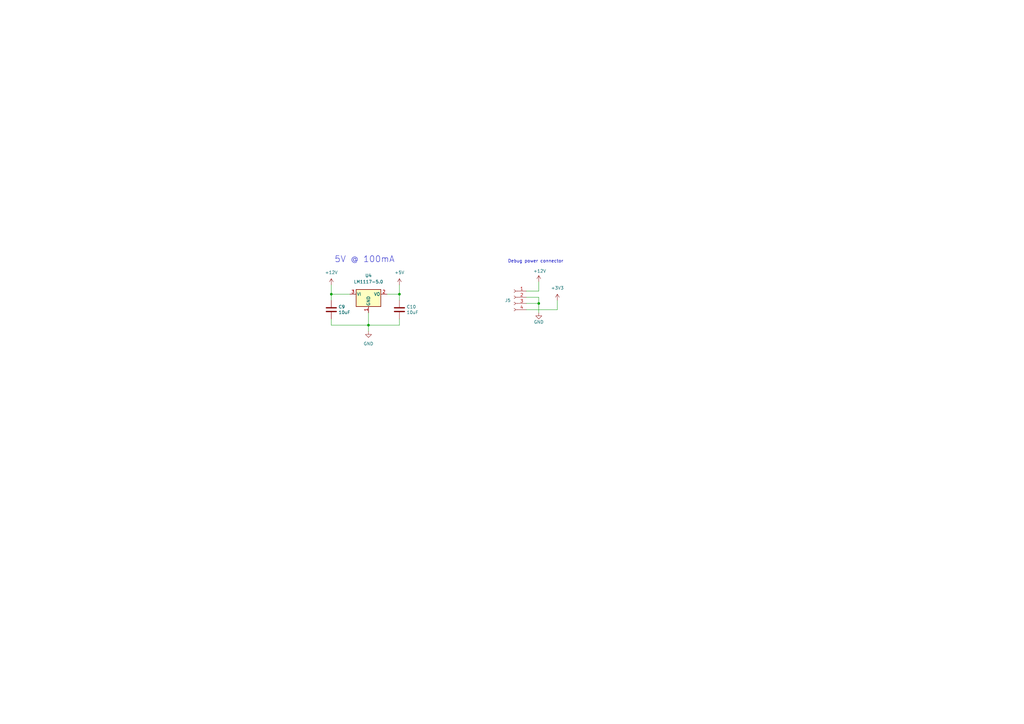
<source format=kicad_sch>
(kicad_sch (version 20211123) (generator eeschema)
  (paper "A3")
  (title_block (title "AMC Template") (date "2022-09-07") (rev "1.0") (company "Karlsruhe Institute of Technology (KIT)") (comment 1 "Institute for Data Processing and Electronics (IPE)") (comment 2 "Carsten Schmerbeck") (comment 3 "Luis Ardila") (comment 4 "Licensed under CERN-OHL-P v2"))
  (lib_symbols
    (symbol "Connector:Conn_01x04_Female" (pin_names (offset 1.016) hide)
      (property "Reference" "J" (at 0 5.08 0))
      (property "Value" "Conn_01x04_Female" (at 0 -7.62 0))
      (symbol "Conn_01x04_Female_1_1"
        (arc (start 0 -4.572) (mid -0.508 -5.08) (end 0 -5.588) (stroke (width 0.1524)))
        (arc (start 0 -2.032) (mid -0.508 -2.54) (end 0 -3.048) (stroke (width 0.1524)))
        (polyline (pts (xy -1.27 -5.08) (xy -0.508 -5.08)) (stroke (width 0.1524)))
        (polyline (pts (xy -1.27 -2.54) (xy -0.508 -2.54)) (stroke (width 0.1524)))
        (polyline (pts (xy -1.27 0) (xy -0.508 0)) (stroke (width 0.1524)))
        (polyline (pts (xy -1.27 2.54) (xy -0.508 2.54)) (stroke (width 0.1524)))
        (arc (start 0 0.508) (mid -0.508 0) (end 0 -0.508) (stroke (width 0.1524)))
        (arc (start 0 3.048) (mid -0.508 2.54) (end 0 2.032) (stroke (width 0.1524)))
        (pin passive line (at -5.08 2.54 0) (length 3.81) (name "Pin_1") (number "1"))
        (pin passive line (at -5.08 0 0) (length 3.81) (name "Pin_2") (number "2"))
        (pin passive line (at -5.08 -2.54 0) (length 3.81) (name "Pin_3") (number "3"))
        (pin passive line (at -5.08 -5.08 0) (length 3.81) (name "Pin_4") (number "4"))
      )
    )
    (symbol "Device:C" (pin_numbers hide) (pin_names (offset 0.254))
      (property "Reference" "C" (at 0.635 2.54 0))
      (property "Value" "C" (at 0.635 -2.54 0))
      (symbol "C_0_1"
        (polyline (pts (xy -2.032 -0.762) (xy 2.032 -0.762)) (stroke (width 0.508)))
        (polyline (pts (xy -2.032 0.762) (xy 2.032 0.762)) (stroke (width 0.508)))
      )
      (symbol "C_1_1"
        (pin passive line (at 0 3.81 270) (length 2.794) (name "~") (number "1"))
        (pin passive line (at 0 -3.81 90) (length 2.794) (name "~") (number "2"))
      )
    )
    (symbol "Regulator_Linear:LM1117-5.0" (pin_names (offset 0.254))
      (property "Reference" "U" (at -3.81 3.175 0))
      (property "Value" "LM1117-5.0" (at 0 3.175 0))
      (symbol "LM1117-5.0_0_1"
        (rectangle (start -5.08 -5.08) (end 5.08 1.905) (stroke (width 0.254)) (fill (type background)))
      )
      (symbol "LM1117-5.0_1_1"
        (pin power_in line (at 0 -7.62 90) (length 2.54) (name "GND") (number "1"))
        (pin power_out line (at 7.62 0 180) (length 2.54) (name "VO") (number "2"))
        (pin power_in line (at -7.62 0 0) (length 2.54) (name "VI") (number "3"))
      )
    )
    (symbol "power:+12V" (power) (pin_names (offset 0))
      (property "Value" "+12V" (at 0 3.556 0))
      (symbol "+12V_0_1"
        (polyline (pts (xy -0.762 1.27) (xy 0 2.54)))
        (polyline (pts (xy 0 0) (xy 0 2.54)))
        (polyline (pts (xy 0 2.54) (xy 0.762 1.27)))
      )
      (symbol "+12V_1_1"
        (pin power_in line (at 0 0 90) (length 0) hide (name "+12V") (number "1"))
      )
    )
    (symbol "power:+3V3" (power) (pin_names (offset 0))
      (property "Value" "+3V3" (at 0 3.556 0))
      (symbol "+3V3_0_1"
        (polyline (pts (xy -0.762 1.27) (xy 0 2.54)))
        (polyline (pts (xy 0 0) (xy 0 2.54)))
        (polyline (pts (xy 0 2.54) (xy 0.762 1.27)))
      )
      (symbol "+3V3_1_1"
        (pin power_in line (at 0 0 90) (length 0) hide (name "+3V3") (number "1"))
      )
    )
    (symbol "power:+5V" (power) (pin_names (offset 0))
      (property "Value" "+5V" (at 0 3.556 0))
      (symbol "+5V_0_1"
        (polyline (pts (xy -0.762 1.27) (xy 0 2.54)))
        (polyline (pts (xy 0 0) (xy 0 2.54)))
        (polyline (pts (xy 0 2.54) (xy 0.762 1.27)))
      )
      (symbol "+5V_1_1"
        (pin power_in line (at 0 0 90) (length 0) hide (name "+5V") (number "1"))
      )
    )
    (symbol "power:GND" (power) (pin_names (offset 0))
      (property "Value" "GND" (at 0 -3.81 0))
      (symbol "GND_0_1"
        (polyline (pts (xy 0 0) (xy 0 -1.27) (xy 1.27 -1.27) (xy 0 -2.54) (xy -1.27 -1.27) (xy 0 -1.27)))
      )
      (symbol "GND_1_1"
        (pin power_in line (at 0 0 270) (length 0) hide (name "GND") (number "1"))
      )
    )
  )
  (junction (at 163.83 120.65))
  (junction (at 151.13 133.35))
  (junction (at 220.98 124.46))
  (junction (at 135.89 120.65))
  (wire (pts (xy 135.89 133.35) (xy 151.13 133.35)))
  (wire (pts (xy 215.9 119.38) (xy 220.98 119.38)))
  (wire (pts (xy 151.13 133.35) (xy 151.13 135.89)))
  (wire (pts (xy 163.83 120.65) (xy 163.83 123.19)))
  (wire (pts (xy 163.83 133.35) (xy 151.13 133.35)))
  (wire (pts (xy 158.75 120.65) (xy 163.83 120.65)))
  (wire (pts (xy 135.89 116.84) (xy 135.89 120.65)))
  (wire (pts (xy 135.89 130.81) (xy 135.89 133.35)))
  (wire (pts (xy 215.9 127) (xy 228.6 127)))
  (wire (pts (xy 220.98 119.38) (xy 220.98 115.57)))
  (wire (pts (xy 228.6 123.19) (xy 228.6 127)))
  (wire (pts (xy 220.98 128.27) (xy 220.98 124.46)))
  (wire (pts (xy 163.83 130.81) (xy 163.83 133.35)))
  (wire (pts (xy 220.98 124.46) (xy 215.9 124.46)))
  (wire (pts (xy 135.89 120.65) (xy 143.51 120.65)))
  (wire (pts (xy 215.9 121.92) (xy 220.98 121.92)))
  (wire (pts (xy 220.98 121.92) (xy 220.98 124.46)))
  (wire (pts (xy 163.83 116.84) (xy 163.83 120.65)))
  (wire (pts (xy 135.89 120.65) (xy 135.89 123.19)))
  (wire (pts (xy 151.13 128.27) (xy 151.13 133.35)))
  (text "Debug power connector" (at 208.28 107.95 0) (effects (font (size 1.27 1.27)) (justify left bottom)))
  (text "5V @ 100mA" (at 137.16 107.95 0) (effects (font (size 2.54 2.54)) (justify left bottom)))
  (symbol (lib_id "Device:C") (at 135.89 127 0) (unit 1)
    (property "Reference" "C9" (at 138.811 125.8316 0) (effects (justify left)))
    (property "Value" "10uF" (at 138.811 128.143 0) (effects (justify left)))
    (property "Footprint" "Capacitor_SMD:C_1210_3225Metric" (effects hide))
    (property "stock" "AVT-IPE" (effects hide))
    (property "digikey#" "445-3942-1-ND" (effects hide))
    (property "manf" "TDK Corporation" (effects hide))
    (property "manf#" "C3225X7R1E106K250AC" (effects hide))
  )
  (symbol (lib_id "power:GND") (at 151.13 135.89 0) (unit 1)
    (property "Reference" "#PWR0114" (effects hide))
    (property "Value" "GND" (at 151.13 140.97 0))
  )
  (symbol (lib_id "power:+12V") (at 220.98 115.57 0) (unit 1)
    (property "Reference" "#PWR0116" (effects hide))
    (property "Value" "+12V" (at 221.361 111.1758 0))
  )
  (symbol (lib_id "power:GND") (at 220.98 128.27 0) (mirror y) (unit 1)
    (property "Reference" "#PWR0117" (effects hide))
    (property "Value" "GND" (at 220.98 132.08 0))
  )
  (symbol (lib_id "Device:C") (at 163.83 127 0) (unit 1)
    (property "Reference" "C10" (at 166.751 125.8316 0) (effects (justify left)))
    (property "Value" "10uF" (at 166.751 128.143 0) (effects (justify left)))
    (property "Footprint" "Capacitor_SMD:C_1210_3225Metric" (effects hide))
    (property "stock" "AVT-IPE" (effects hide))
    (property "digikey#" "445-3942-1-ND" (effects hide))
    (property "manf" "TDK Corporation" (effects hide))
    (property "manf#" "C3225X7R1E106K250AC" (effects hide))
  )
  (symbol (lib_id "power:+5V") (at 163.83 116.84 0) (unit 1)
    (property "Reference" "#PWR0115" (effects hide))
    (property "Value" "+5V" (at 163.83 111.76 0))
  )
  (symbol (lib_id "power:+12V") (at 135.89 116.84 0) (unit 1)
    (property "Reference" "#PWR0113" (effects hide))
    (property "Value" "+12V" (at 135.89 111.76 0))
  )
  (symbol (lib_id "Connector:Conn_01x04_Female") (at 210.82 121.92 0) (mirror y) (unit 1)
    (property "Reference" "J5" (at 208.28 123.19 0))
    (property "Value" "Conn_3V3_EXT" (effects hide))
    (property "Footprint" "KIT_Connector:PinHeader-4_P3.5mm" (effects hide))
    (property "Datasheet" "https://docs.rs-online.com/7405/0900766b8168df1c.pdf" (effects hide))
    (property "rs#" "897-1039" (effects hide))
    (property "manf" "RS PRO" (effects hide))
    (property "stock" "Box: 12" (effects hide))
    (property "manf#" "897-1039" (effects hide))
  )
  (symbol (lib_id "power:+3V3") (at 228.6 123.19 0) (unit 1)
    (property "Reference" "#PWR0118" (effects hide))
    (property "Value" "+3V3" (at 228.6 118.11 0))
  )
  (symbol (lib_id "Regulator_Linear:LM1117-5.0") (at 151.13 120.65 0) (unit 1)
    (property "Reference" "U4" (at 151.13 113.03 0))
    (property "Value" "LM1117-5.0" (at 151.13 115.57 0))
    (property "Footprint" "Package_TO_SOT_SMD:SOT-223-3_TabPin2" (effects hide))
    (property "Datasheet" "http://www.ti.com/lit/ds/symlink/lm1117.pdf" (effects hide))
    (property "mouser#" "863-LM1117MPX-50NOPB" (effects hide))
    (property "digikey#" "488-LM1117MPX-50NOPBCT-ND" (effects hide))
    (property "manf" "Onsemi" (effects hide))
    (property "manf#" "LM1117MPX-50NOPB" (effects hide))
  )
)
</source>
